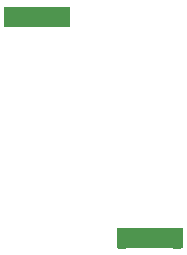
<source format=gbs>
G04*
G04 #@! TF.GenerationSoftware,Altium Limited,Altium Designer,20.0.13 (296)*
G04*
G04 Layer_Color=7416327*
%FSLAX44Y44*%
%MOMM*%
G71*
G01*
G75*
%ADD13R,0.4516X1.4516*%
%ADD14R,0.8016X1.2016*%
%ADD15R,0.9016X1.6016*%
%ADD26R,5.5500X1.7921*%
%ADD27R,5.5500X1.8046*%
D13*
X447000Y428500D02*
D03*
X466812D02*
D03*
X460208D02*
D03*
X453604D02*
D03*
X440396D02*
D03*
D14*
X430604Y427000D02*
D03*
X476604D02*
D03*
D15*
X377640Y617982D02*
D03*
X364640D02*
D03*
X351640Y617982D02*
D03*
X338640D02*
D03*
D26*
X358688Y617557D02*
D03*
D27*
X454250Y430023D02*
D03*
M02*

</source>
